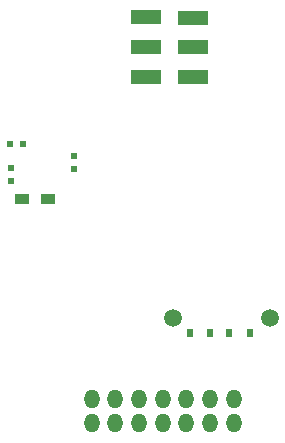
<source format=gbs>
%TF.GenerationSoftware,KiCad,Pcbnew,no-vcs-found-e0b9a21~60~ubuntu16.04.1*%
%TF.CreationDate,2017-10-13T14:54:20+03:00*%
%TF.ProjectId,livolo_1_channel_1way_eu_switch,6C69766F6C6F5F315F6368616E6E656C,rev?*%
%TF.SameCoordinates,Original*%
%TF.FileFunction,Soldermask,Bot*%
%TF.FilePolarity,Negative*%
%FSLAX46Y46*%
G04 Gerber Fmt 4.6, Leading zero omitted, Abs format (unit mm)*
G04 Created by KiCad (PCBNEW no-vcs-found-e0b9a21~60~ubuntu16.04.1) date Fri Oct 13 14:54:20 2017*
%MOMM*%
%LPD*%
G01*
G04 APERTURE LIST*
%ADD10O,1.300000X1.600000*%
%ADD11R,2.500000X1.270000*%
%ADD12C,1.500000*%
%ADD13R,0.500000X0.600000*%
%ADD14R,0.600000X0.500000*%
%ADD15R,0.600000X0.800000*%
%ADD16R,1.200000X0.900000*%
G04 APERTURE END LIST*
D10*
X143650000Y-107550000D03*
X143650000Y-109550000D03*
X141650000Y-107550000D03*
X141650000Y-109550000D03*
X139650000Y-107550000D03*
X139650000Y-109550000D03*
X137650000Y-107550000D03*
X137650000Y-109550000D03*
X135650000Y-107550000D03*
X135650000Y-109550000D03*
X133650000Y-107550000D03*
X133650000Y-109550000D03*
X131650000Y-107550000D03*
X131650000Y-109550000D03*
D11*
X136250000Y-75210000D03*
X136250000Y-77750000D03*
X136250000Y-80290000D03*
X140250000Y-80290000D03*
X140250000Y-77750000D03*
X140250000Y-75250000D03*
D12*
X146700000Y-100700000D03*
X138500000Y-100700000D03*
D13*
X124800000Y-89050000D03*
X124800000Y-87950000D03*
D14*
X125850000Y-85900000D03*
X124750000Y-85900000D03*
D13*
X130100000Y-86950000D03*
X130100000Y-88050000D03*
D15*
X145000000Y-101950000D03*
X143300000Y-101950000D03*
X141650000Y-101950000D03*
X139950000Y-101950000D03*
D16*
X125700000Y-90600000D03*
X127900000Y-90600000D03*
M02*

</source>
